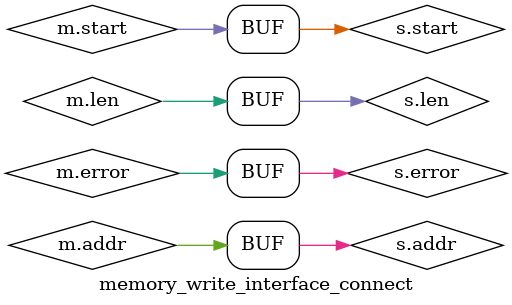
<source format=sv>
/*
 * Copyright (c) 2023 Robert Drehmel
 *
 * Licensed under the Apache License, Version 2.0 (the "License");
 * you may not use this file except in compliance with the License.
 * You may obtain a copy of the License at
 *
 *     http://www.apache.org/licenses/LICENSE-2.0
 *
 * Unless required by applicable law or agreed to in writing, software
 * distributed under the License is distributed on an "AS IS" BASIS,
 * WITHOUT WARRANTIES OR CONDITIONS OF ANY KIND, either express or implied.
 * See the License for the specific language governing permissions and
 * limitations under the License.
 */
module memory_write_interface_connect(
	memory_write_interface.master m,
	memory_write_interface.slave s
);

assign m.addr = s.addr;
assign m.len = s.len;
assign m.start = s.start;
assign s.busy = m.busy;
assign s.done = m.done;
assign s.error = m.error;

endmodule

</source>
